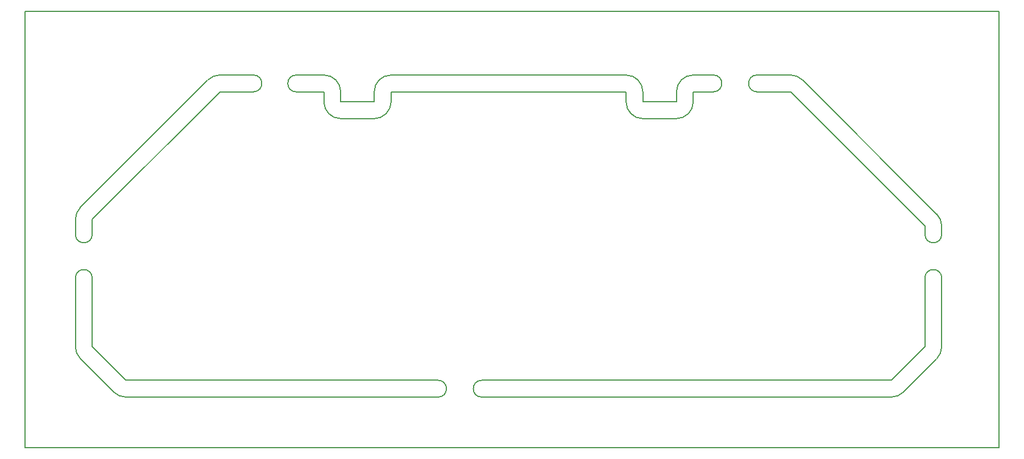
<source format=gbr>
%TF.GenerationSoftware,KiCad,Pcbnew,5.0.1*%
%TF.CreationDate,2019-03-22T14:30:31+01:00*%
%TF.ProjectId,rev1,726576312E6B696361645F7063620000,rev?*%
%TF.SameCoordinates,Original*%
%TF.FileFunction,Profile,NP*%
%FSLAX46Y46*%
G04 Gerber Fmt 4.6, Leading zero omitted, Abs format (unit mm)*
G04 Created by KiCad (PCBNEW 5.0.1) date Fri 22 Mar 2019 02:30:31 PM CET*
%MOMM*%
%LPD*%
G01*
G04 APERTURE LIST*
%ADD10C,0.200000*%
G04 APERTURE END LIST*
D10*
X99000000Y-116750000D02*
X99000000Y-121050000D01*
X102232233Y-130767767D02*
G75*
G03X104000000Y-131500000I1767767J1767767D01*
G01*
X104000000Y-131500000D02*
X150500000Y-131500000D01*
X97232233Y-125767767D02*
G75*
G02X96500000Y-124000000I1767767J1767767D01*
G01*
X188500000Y-83500000D02*
X191500000Y-83500000D01*
X181000000Y-87500000D02*
X186000000Y-87500000D01*
X181000000Y-87500000D02*
X181000000Y-86000000D01*
X186000000Y-87500000D02*
X186000000Y-86000000D01*
X188500000Y-83500000D02*
G75*
G03X186000000Y-86000000I0J-2500000D01*
G01*
X181000000Y-86000000D02*
G75*
G03X178500000Y-83500000I-2500000J0D01*
G01*
X141000000Y-87500000D02*
X141000000Y-86000000D01*
X136000000Y-87500000D02*
X141000000Y-87500000D01*
X136000000Y-87500000D02*
X136000000Y-86000000D01*
X129400000Y-83500000D02*
X133500000Y-83500000D01*
X136000000Y-86000000D02*
G75*
G03X133500000Y-83500000I-2500000J0D01*
G01*
X143500000Y-83500000D02*
G75*
G03X141000000Y-86000000I0J-2500000D01*
G01*
X224750000Y-125800000D02*
X219800000Y-130750000D01*
X219767767Y-130767767D02*
G75*
G02X218000000Y-131500000I-1767767J1767767D01*
G01*
X224767767Y-125767767D02*
G75*
G03X225500000Y-124000000I-1767767J1767767D01*
G01*
X97230000Y-125770000D02*
X102200000Y-130750000D01*
X224750000Y-104200000D02*
X204800000Y-84250000D01*
X204767767Y-84232233D02*
G75*
G03X203000000Y-83500000I-1767767J-1767767D01*
G01*
X224767767Y-104232233D02*
G75*
G02X225500000Y-106000000I-1767767J-1767767D01*
G01*
X116232233Y-84232233D02*
G75*
G02X118000000Y-83500000I1767767J-1767767D01*
G01*
X97232233Y-103232233D02*
G75*
G03X96500000Y-105000000I1767767J-1767767D01*
G01*
X97232233Y-103232233D02*
X116200000Y-84250000D01*
X188500000Y-87500000D02*
X188500000Y-86000000D01*
X181000000Y-90000000D02*
X186000000Y-90000000D01*
X178500000Y-87500000D02*
X178500000Y-86000000D01*
X186000000Y-90000000D02*
G75*
G03X188500000Y-87500000I0J2500000D01*
G01*
X178500000Y-87500000D02*
G75*
G03X181000000Y-90000000I2500000J0D01*
G01*
X141000000Y-90000000D02*
G75*
G03X143500000Y-87500000I0J2500000D01*
G01*
X133500000Y-87500000D02*
G75*
G03X136000000Y-90000000I2500000J0D01*
G01*
X218000000Y-131500000D02*
X157000000Y-131500000D01*
X157000000Y-129000000D02*
X158850000Y-129000000D01*
X157000000Y-131500000D02*
G75*
G02X157000000Y-129000000I0J1250000D01*
G01*
X150500000Y-129000000D02*
G75*
G02X150500000Y-131500000I0J-1250000D01*
G01*
X191500000Y-86000000D02*
X188500000Y-86000000D01*
X203000000Y-83500000D02*
X198000000Y-83500000D01*
X191500000Y-83500000D02*
G75*
G02X191500000Y-86000000I0J-1250000D01*
G01*
X198000000Y-83500000D02*
G75*
G03X198000000Y-86000000I0J-1250000D01*
G01*
X123000000Y-86000000D02*
X118000000Y-86000000D01*
X133500000Y-87500000D02*
X133500000Y-86000000D01*
X136000000Y-90000000D02*
X141000000Y-90000000D01*
X143500000Y-87500000D02*
X143500000Y-86000000D01*
X198000000Y-86000000D02*
X203000000Y-86000000D01*
X178500000Y-83500000D02*
X143500000Y-83500000D01*
X143500000Y-86000000D02*
X178500000Y-86000000D01*
X123000000Y-83500000D02*
G75*
G02X123000000Y-86000000I0J-1250000D01*
G01*
X129373673Y-83506562D02*
G75*
G03X129373673Y-86006562I0J-1250000D01*
G01*
X225500000Y-107250000D02*
X225500000Y-106000000D01*
X223000000Y-107250000D02*
X223000000Y-106000000D01*
X225500000Y-113750000D02*
G75*
G03X223000000Y-113750000I-1250000J0D01*
G01*
X225500000Y-107250000D02*
G75*
G02X223000000Y-107250000I-1250000J0D01*
G01*
X96500000Y-107250000D02*
X96500000Y-105000000D01*
X99000000Y-107250000D02*
X99000000Y-105000000D01*
X99000000Y-113750000D02*
G75*
G03X96500000Y-113750000I-1250000J0D01*
G01*
X99000000Y-107250000D02*
G75*
G02X96500000Y-107250000I-1250000J0D01*
G01*
X225500000Y-124000000D02*
X225500000Y-113750000D01*
X118000000Y-83500000D02*
X123000000Y-83500000D01*
X234000000Y-74000000D02*
X89000000Y-74000000D01*
X234000000Y-139000000D02*
X234000000Y-74000000D01*
X89000000Y-139000000D02*
X234000000Y-139000000D01*
X89000000Y-74000000D02*
X89000000Y-139000000D01*
X96500000Y-124000000D02*
X96500000Y-113750000D01*
X223000000Y-124000000D02*
X218000000Y-129000000D01*
X99000000Y-124000000D02*
X104000000Y-129000000D01*
X99000000Y-113750000D02*
X99000000Y-116750000D01*
X118000000Y-86000000D02*
X99000000Y-105000000D01*
X223000000Y-113750000D02*
X223000000Y-116750000D01*
X203000000Y-86000000D02*
X223000000Y-106000000D01*
X129400000Y-86000000D02*
X133500000Y-86000000D01*
X223000000Y-124000000D02*
X223000000Y-116750000D01*
X158850000Y-129000000D02*
X218000000Y-129000000D01*
X99000000Y-124000000D02*
X99000000Y-121050000D01*
X150500000Y-129000000D02*
X104000000Y-129000000D01*
M02*

</source>
